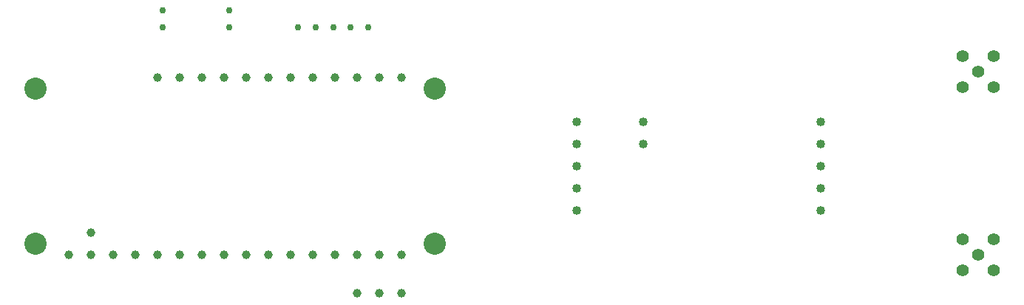
<source format=gbr>
%TF.GenerationSoftware,KiCad,Pcbnew,5.1.4-3.fc31*%
%TF.CreationDate,2019-11-06T17:17:02+01:00*%
%TF.ProjectId,beieliscale-kicad,62656965-6c69-4736-9361-6c652d6b6963,rev?*%
%TF.SameCoordinates,Original*%
%TF.FileFunction,Plated,1,2,PTH,Drill*%
%TF.FilePolarity,Positive*%
%FSLAX46Y46*%
G04 Gerber Fmt 4.6, Leading zero omitted, Abs format (unit mm)*
G04 Created by KiCad (PCBNEW 5.1.4-3.fc31) date 2019-11-06 17:17:02*
%MOMM*%
%LPD*%
G04 APERTURE LIST*
%TA.AperFunction,ComponentDrill*%
%ADD10C,0.750000*%
%TD*%
%TA.AperFunction,ComponentDrill*%
%ADD11C,0.990600*%
%TD*%
%TA.AperFunction,ComponentDrill*%
%ADD12C,1.000000*%
%TD*%
%TA.AperFunction,ComponentDrill*%
%ADD13C,1.016000*%
%TD*%
%TA.AperFunction,ComponentDrill*%
%ADD14C,1.400000*%
%TD*%
%TA.AperFunction,ComponentDrill*%
%ADD15C,2.540000*%
%TD*%
G04 APERTURE END LIST*
D10*
%TO.C,J3*%
X72645000Y-41480000D03*
X74645000Y-41480000D03*
X76645000Y-41480000D03*
X78645000Y-41480000D03*
X80645000Y-41480000D03*
%TO.C,BAT1*%
X64770000Y-39480000D03*
X64770000Y-41480000D03*
%TO.C,SWITCH1*%
X57150000Y-39480000D03*
X57150000Y-41480000D03*
D11*
%TO.C,U1*%
X46355000Y-67515000D03*
X48895000Y-67515000D03*
X51435000Y-67515000D03*
X53975000Y-67515000D03*
X56515000Y-47195000D03*
X56515000Y-67515000D03*
X59055000Y-47195000D03*
X59055000Y-67515000D03*
X61595000Y-47195000D03*
X61595000Y-67515000D03*
X64135000Y-47195000D03*
X64135000Y-67515000D03*
X66675000Y-47195000D03*
X66675000Y-67515000D03*
X69215000Y-47195000D03*
X69215000Y-67515000D03*
X71755000Y-47195000D03*
X71755000Y-67515000D03*
X74295000Y-47195000D03*
X74295000Y-67515000D03*
X76835000Y-47195000D03*
X76835000Y-67515000D03*
X79375000Y-47195000D03*
X79375000Y-67515000D03*
X81915000Y-47195000D03*
X81915000Y-67515000D03*
X84455000Y-47195000D03*
X84455000Y-67515000D03*
D12*
%TO.C,VOUT1*%
X48895000Y-64975000D03*
%TO.C,J4*%
X79375000Y-71960000D03*
X81915000Y-71960000D03*
X84455000Y-71960000D03*
D13*
%TO.C,HX711*%
X104535000Y-52275000D03*
X104535000Y-54815000D03*
X104535000Y-57355000D03*
X104535000Y-59895000D03*
X104535000Y-62435000D03*
X112155000Y-52275000D03*
X112155000Y-54815000D03*
X132475000Y-52275000D03*
X132475000Y-54815000D03*
X132475000Y-57355000D03*
X132475000Y-59895000D03*
X132475000Y-62435000D03*
D14*
%TO.C,J2*%
X148725000Y-65745000D03*
X148725000Y-69285000D03*
X150495000Y-67515000D03*
X152265000Y-65745000D03*
X152265000Y-69285000D03*
%TO.C,J1*%
X148725000Y-44790000D03*
X148725000Y-48330000D03*
X150495000Y-46560000D03*
X152265000Y-44790000D03*
X152265000Y-48330000D03*
D15*
%TO.C,U1*%
X42545000Y-48465000D03*
X42545000Y-66245000D03*
X88265000Y-48465000D03*
X88265000Y-66245000D03*
M02*

</source>
